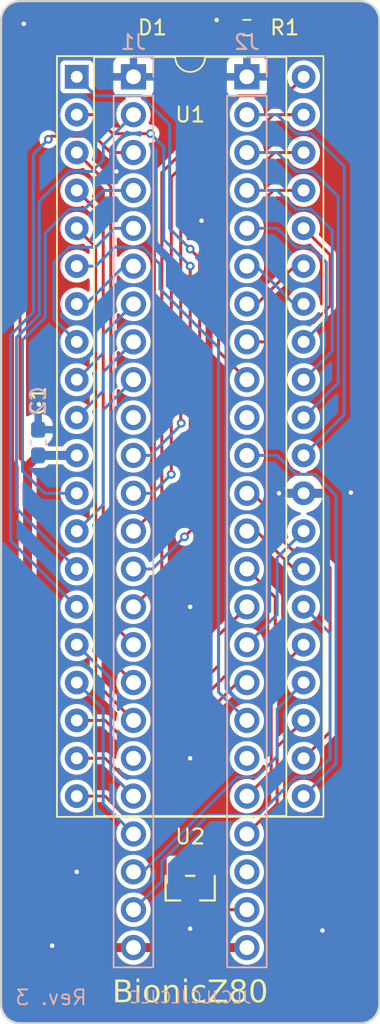
<source format=kicad_pcb>
(kicad_pcb (version 20221018) (generator pcbnew)
  (title_block (title "BionicZ80") (date "2024-12-04") (rev "3") (company "Tadashi G. Takaoka"))
  (layers (0 "F.Cu" signal) (31 "B.Cu" signal) (34 "B.Paste" user) (35 "F.Paste" user) (36 "B.SilkS" user "B.Silkscreen") (37 "F.SilkS" user "F.Silkscreen") (38 "B.Mask" user) (39 "F.Mask" user) (44 "Edge.Cuts" user))
  (net 0 "")
  (net 1 "VCC")
  (net 2 "GND")
  (net 3 "/P53")
  (net 5 "/P26")
  (net 6 "/P27")
  (net 7 "/P47")
  (net 8 "/P46")
  (net 9 "/P25")
  (net 10 "/P24")
  (net 11 "/P23")
  (net 12 "/P22")
  (net 13 "/P21")
  (net 14 "/P20")
  (net 15 "/P34")
  (net 16 "/P35")
  (net 17 "/P17")
  (net 18 "/P36")
  (net 19 "/P16")
  (net 20 "/P15")
  (net 21 "/P14")
  (net 22 "/P41")
  (net 23 "/P13")
  (net 24 "/P42")
  (net 25 "/P12")
  (net 26 "/P11")
  (net 27 "/P44")
  (net 28 "/P10")
  (net 29 "/P45")
  (net 30 "/P33")
  (net 31 "/P32")
  (net 32 "/P31")
  (net 33 "/P30")
  (net 34 "/P51")
  (net 35 "/P55")
  (net 36 "/P43")
  (net 37 "/P52")
  (net 38 "/P54")
  (net 39 "/P50")
  (net 40 "/P37")
  (net 41 "Net-(D1-K)")
  (net 42 "/P40")
  (net 44 "Net-(J2-P57)")
  (footprint "Resistor_SMD:R_0603_1608Metric_Pad0.98x0.95mm_HandSolder" (layer "F.Cu") (at 117.51 71.778)
    (fp_text reference "R1" (at 2.54 0) (layer "F.SilkS"))
    (fp_text value "1.6k")
    (fp_line (start -0.254724 -0.5225) (end 0.254724 -0.5225) (stroke (width 0.12)) (layer "F.SilkS"))
    (fp_line (start -0.254724 0.5225) (end 0.254724 0.5225) (stroke (width 0.12)) (layer "F.SilkS"))
    (pad "1" smd roundrect (at -0.9125 0) (size 0.975 0.95) (layers "F.Cu" "F.Paste" "F.Mask") (net 41 "Net-(D1-K)"))
    (pad "2" smd roundrect (at 0.9125 0) (size 0.975 0.95) (layers "F.Cu" "F.Paste" "F.Mask") (net 2 "GND"))
  )
  (footprint "Capacitor_SMD:C_0603_1608Metric_Pad1.08x0.95mm_HandSolder" (layer "F.Cu") (at 103.4892 99.6164 90)
    (fp_text reference "C1" (at 2.794 0 90) (layer "F.SilkS"))
    (fp_text value "0.1u")
    (fp_line (start -0.146267 -0.51) (end 0.146267 -0.51) (stroke (width 0.12)) (layer "F.SilkS"))
    (fp_line (start -0.146267 0.51) (end 0.146267 0.51) (stroke (width 0.12)) (layer "F.SilkS"))
    (pad "1" smd roundrect (at -0.8625 0 90) (size 1.075 0.95) (layers "F.Cu" "F.Paste" "F.Mask") (net 1 "VCC"))
    (pad "2" smd roundrect (at 0.8625 0 90) (size 1.075 0.95) (layers "F.Cu" "F.Paste" "F.Mask") (net 2 "GND"))
  )
  (footprint "0-LocalLibrary:DIP-40_W15.24mm_Socket" (layer "F.Cu") (at 106.08 75.08)
    (fp_text reference "U1" (at 7.62 2.54) (layer "F.SilkS"))
    (fp_text value "Z84C00")
    (fp_line (start -1.33 -1.39) (end -1.33 49.65) (stroke (width 0.12)) (layer "F.SilkS"))
    (fp_line (start -1.33 49.65) (end 16.57 49.65) (stroke (width 0.12)) (layer "F.SilkS"))
    (fp_line (start 1.16 -1.33) (end 1.16 49.59) (stroke (width 0.12)) (layer "F.SilkS"))
    (fp_line (start 1.16 49.59) (end 14.08 49.59) (stroke (width 0.12)) (layer "F.SilkS"))
    (fp_line (start 6.62 -1.33) (end 1.16 -1.33) (stroke (width 0.12)) (layer "F.SilkS"))
    (fp_line (start 14.08 -1.33) (end 8.62 -1.33) (stroke (width 0.12)) (layer "F.SilkS"))
    (fp_line (start 14.08 49.59) (end 14.08 -1.33) (stroke (width 0.12)) (layer "F.SilkS"))
    (fp_line (start 16.57 -1.39) (end -1.33 -1.39) (stroke (width 0.12)) (layer "F.SilkS"))
    (fp_line (start 16.57 49.65) (end 16.57 -1.39) (stroke (width 0.12)) (layer "F.SilkS"))
    (fp_arc (start 8.62 -1.33) (mid 7.62 -0.33) (end 6.62 -1.33) (stroke (width 0.12)) (layer "F.SilkS"))
    (pad "1" thru_hole rect locked (at 0 0) (size 1.6 1.6) (drill 0.8) (layers "*.Cu" "*.Mask") (net 30 "/P33"))
    (pad "2" thru_hole oval locked (at 0 2.54) (size 1.6 1.6) (drill 0.8) (layers "*.Cu" "*.Mask") (net 15 "/P34"))
    (pad "3" thru_hole oval locked (at 0 5.08) (size 1.6 1.6) (drill 0.8) (layers "*.Cu" "*.Mask") (net 16 "/P35"))
    (pad "4" thru_hole oval locked (at 0 7.62) (size 1.6 1.6) (drill 0.8) (layers "*.Cu" "*.Mask") (net 18 "/P36"))
    (pad "5" thru_hole oval locked (at 0 10.16) (size 1.6 1.6) (drill 0.8) (layers "*.Cu" "*.Mask") (net 40 "/P37"))
    (pad "6" thru_hole oval locked (at 0 12.7) (size 1.6 1.6) (drill 0.8) (layers "*.Cu" "*.Mask") (net 7 "/P47"))
    (pad "7" thru_hole oval locked (at 0 15.24) (size 1.6 1.6) (drill 0.8) (layers "*.Cu" "*.Mask") (net 21 "/P14"))
    (pad "8" thru_hole oval locked (at 0 17.78) (size 1.6 1.6) (drill 0.8) (layers "*.Cu" "*.Mask") (net 23 "/P13"))
    (pad "9" thru_hole oval locked (at 0 20.32) (size 1.6 1.6) (drill 0.8) (layers "*.Cu" "*.Mask") (net 20 "/P15"))
    (pad "10" thru_hole oval locked (at 0 22.86) (size 1.6 1.6) (drill 0.8) (layers "*.Cu" "*.Mask") (net 19 "/P16"))
    (pad "11" thru_hole oval locked (at 0 25.4) (size 1.6 1.6) (drill 0.8) (layers "*.Cu" "*.Mask") (net 1 "VCC"))
    (pad "12" thru_hole oval locked (at 0 27.94) (size 1.6 1.6) (drill 0.8) (layers "*.Cu" "*.Mask") (net 25 "/P12"))
    (pad "13" thru_hole oval locked (at 0 30.48) (size 1.6 1.6) (drill 0.8) (layers "*.Cu" "*.Mask") (net 17 "/P17"))
    (pad "14" thru_hole oval locked (at 0 33.02) (size 1.6 1.6) (drill 0.8) (layers "*.Cu" "*.Mask") (net 28 "/P10"))
    (pad "15" thru_hole oval locked (at 0 35.56) (size 1.6 1.6) (drill 0.8) (layers "*.Cu" "*.Mask") (net 26 "/P11"))
    (pad "16" thru_hole oval locked (at 0 38.1) (size 1.6 1.6) (drill 0.8) (layers "*.Cu" "*.Mask") (net 39 "/P50"))
    (pad "17" thru_hole oval locked (at 0 40.64) (size 1.6 1.6) (drill 0.8) (layers "*.Cu" "*.Mask") (net 34 "/P51"))
    (pad "18" thru_hole oval locked (at 0 43.18) (size 1.6 1.6) (drill 0.8) (layers "*.Cu" "*.Mask") (net 27 "/P44"))
    (pad "19" thru_hole oval locked (at 0 45.72) (size 1.6 1.6) (drill 0.8) (layers "*.Cu" "*.Mask") (net 36 "/P43"))
    (pad "20" thru_hole oval locked (at 0 48.26) (size 1.6 1.6) (drill 0.8) (layers "*.Cu" "*.Mask") (net 8 "/P46"))
    (pad "21" thru_hole oval locked (at 15.24 48.26) (size 1.6 1.6) (drill 0.8) (layers "*.Cu" "*.Mask") (net 42 "/P40"))
    (pad "22" thru_hole oval locked (at 15.24 45.72) (size 1.6 1.6) (drill 0.8) (layers "*.Cu" "*.Mask") (net 22 "/P41"))
    (pad "23" thru_hole oval locked (at 15.24 43.18) (size 1.6 1.6) (drill 0.8) (layers "*.Cu" "*.Mask") (net 35 "/P55"))
    (pad "24" thru_hole oval locked (at 15.24 40.64) (size 1.6 1.6) (drill 0.8) (layers "*.Cu" "*.Mask") (net 37 "/P52"))
    (pad "25" thru_hole oval locked (at 15.24 38.1) (size 1.6 1.6) (drill 0.8) (layers "*.Cu" "*.Mask") (net 38 "/P54"))
    (pad "26" thru_hole oval locked (at 15.24 35.56) (size 1.6 1.6) (drill 0.8) (layers "*.Cu" "*.Mask") (net 3 "/P53"))
    (pad "27" thru_hole oval locked (at 15.24 33.02) (size 1.6 1.6) (drill 0.8) (layers "*.Cu" "*.Mask") (net 24 "/P42"))
    (pad "28" thru_hole oval locked (at 15.24 30.48) (size 1.6 1.6) (drill 0.8) (layers "*.Cu" "*.Mask") (net 29 "/P45"))
    (pad "29" thru_hole oval locked (at 15.24 27.94) (size 1.6 1.6) (drill 0.8) (layers "*.Cu" "*.Mask") (net 2 "GND"))
    (pad "30" thru_hole oval locked (at 15.24 25.4) (size 1.6 1.6) (drill 0.8) (layers "*.Cu" "*.Mask") (net 14 "/P20"))
    (pad "31" thru_hole oval locked (at 15.24 22.86) (size 1.6 1.6) (drill 0.8) (layers "*.Cu" "*.Mask") (net 13 "/P21"))
    (pad "32" thru_hole oval locked (at 15.24 20.32) (size 1.6 1.6) (drill 0.8) (layers "*.Cu" "*.Mask") (net 12 "/P22"))
    (pad "33" thru_hole oval locked (at 15.24 17.78) (size 1.6 1.6) (drill 0.8) (layers "*.Cu" "*.Mask") (net 11 "/P23"))
    (pad "34" thru_hole oval locked (at 15.24 15.24) (size 1.6 1.6) (drill 0.8) (layers "*.Cu" "*.Mask") (net 10 "/P24"))
    (pad "35" thru_hole oval locked (at 15.24 12.7) (size 1.6 1.6) (drill 0.8) (layers "*.Cu" "*.Mask") (net 9 "/P25"))
    (pad "36" thru_hole oval locked (at 15.24 10.16) (size 1.6 1.6) (drill 0.8) (layers "*.Cu" "*.Mask") (net 5 "/P26"))
    (pad "37" thru_hole oval locked (at 15.24 7.62) (size 1.6 1.6) (drill 0.8) (layers "*.Cu" "*.Mask") (net 6 "/P27"))
    (pad "38" thru_hole oval locked (at 15.24 5.08) (size 1.6 1.6) (drill 0.8) (layers "*.Cu" "*.Mask") (net 33 "/P30"))
    (pad "39" thru_hole oval locked (at 15.24 2.54) (size 1.6 1.6) (drill 0.8) (layers "*.Cu" "*.Mask") (net 32 "/P31"))
    (pad "40" thru_hole oval locked (at 15.24 0) (size 1.6 1.6) (drill 0.8) (layers "*.Cu" "*.Mask") (net 31 "/P32"))
  )
  (footprint "0-LocalLibrary:LED_CSL1901UW1_ROM" (layer "F.Cu") (at 113.7 71.778 180)
    (fp_text reference "D1" (at 2.54 0 unlocked) (layer "F.SilkS"))
    (fp_text value "CSL1901UW1")
    (fp_circle (center -1.778 0.508) (end -1.7018 0.508) (stroke (width 0.1524)) (fill none) (layer "F.SilkS"))
    (pad "1" smd rect (at -0.7747 0 180) (size 0.762 0.7112) (layers "F.Cu" "F.Paste" "F.Mask") (net 41 "Net-(D1-K)"))
    (pad "2" smd rect (at 0.7747 0 180) (size 0.762 0.7112) (layers "F.Cu" "F.Paste" "F.Mask") (net 1 "VCC"))
    (zone (net 0) (net_name "") (layer "F.Cu") (connect_pads (clearance 0)) (min_thickness 0.254)
      (keepout (tracks not_allowed) (vias not_allowed) (pads allowed) (copperpour not_allowed) (footprints allowed))
      (fill (thermal_gap 0.508) (thermal_bridge_width 0.508))
      (polygon (pts (xy 114.0429 72.1336) (xy 113.3571 72.1336) (xy 113.3571 71.4224) (xy 114.0429 71.4224)))
    )
  )
  (footprint "0-LocalLibrary:SOT-23_MC_MCH-M" (layer "F.Cu") (at 113.7 129.513 180)
    (fp_text reference "U2" (at 0 3.4544 unlocked) (layer "F.SilkS"))
    (fp_text value "11AA010-I/TT")
    (fp_line (start -1.652 -0.827) (end -1.652 0.827) (stroke (width 0.1524)) (layer "F.SilkS"))
    (fp_line (start -0.66294 -0.827) (end -1.652 -0.827) (stroke (width 0.1524)) (layer "F.SilkS"))
    (fp_line (start -0.287061 0.827) (end 0.287061 0.827) (stroke (width 0.1524)) (layer "F.SilkS"))
    (fp_line (start 1.652 -0.827) (end 0.66294 -0.827) (stroke (width 0.1524)) (layer "F.SilkS"))
    (fp_line (start 1.652 0.827) (end 1.652 -0.827) (stroke (width 0.1524)) (layer "F.SilkS"))
    (pad "1" smd rect (at -0.950001 1.066 180) (size 0.6604 1.6256) (layers "F.Cu" "F.Paste" "F.Mask") (net 44 "Net-(J2-P57)"))
    (pad "2" smd rect (at 0.950001 1.066 180) (size 0.6604 1.6256) (layers "F.Cu" "F.Paste" "F.Mask") (net 1 "VCC"))
    (pad "3" smd rect (at 0 -1.066 180) (size 0.6604 1.6256) (layers "F.Cu" "F.Paste" "F.Mask") (net 2 "GND"))
  )
  (footprint "0-LocalLibrary:Bionic-P135_Vertical" (layer "B.Cu") (at 109.89 75.08 180)
    (fp_text reference "J1" (at 0 2.33) (layer "B.SilkS") (effects (justify mirror)))
    (fp_text value "Bionic-P135")
    (fp_line (start -1.33 -59.75) (end 1.33 -59.75) (stroke (width 0.12)) (layer "B.SilkS"))
    (fp_line (start -1.33 -1.27) (end -1.33 -59.75) (stroke (width 0.12)) (layer "B.SilkS"))
    (fp_line (start -1.33 -1.27) (end 1.33 -1.27) (stroke (width 0.12)) (layer "B.SilkS"))
    (fp_line (start -1.33 0) (end -1.33 1.33) (stroke (width 0.12)) (layer "B.SilkS"))
    (fp_line (start -1.33 1.33) (end 0 1.33) (stroke (width 0.12)) (layer "B.SilkS"))
    (fp_line (start 1.33 -1.27) (end 1.33 -59.75) (stroke (width 0.12)) (layer "B.SilkS"))
    (pad "1" thru_hole rect locked (at 0 0 180) (size 1.7 1.7) (drill 1) (layers "*.Cu" "*.Mask") (net 2 "GND"))
    (pad "2" thru_hole oval locked (at 0 -2.54 180) (size 1.7 1.7) (drill 1) (layers "*.Cu" "*.Mask") (net 28 "/P10"))
    (pad "3" thru_hole oval locked (at 0 -5.08 180) (size 1.7 1.7) (drill 1) (layers "*.Cu" "*.Mask") (net 26 "/P11"))
    (pad "4" thru_hole oval locked (at 0 -7.62 180) (size 1.7 1.7) (drill 1) (layers "*.Cu" "*.Mask") (net 25 "/P12"))
    (pad "5" thru_hole oval locked (at 0 -10.16 180) (size 1.7 1.7) (drill 1) (layers "*.Cu" "*.Mask") (net 23 "/P13"))
    (pad "6" thru_hole oval locked (at 0 -12.7 180) (size 1.7 1.7) (drill 1) (layers "*.Cu" "*.Mask") (net 21 "/P14"))
    (pad "7" thru_hole oval locked (at 0 -15.24 180) (size 1.7 1.7) (drill 1) (layers "*.Cu" "*.Mask") (net 20 "/P15"))
    (pad "8" thru_hole oval locked (at 0 -17.78 180) (size 1.7 1.7) (drill 1) (layers "*.Cu" "*.Mask") (net 19 "/P16"))
    (pad "9" thru_hole oval locked (at 0 -20.32 180) (size 1.7 1.7) (drill 1) (layers "*.Cu" "*.Mask") (net 17 "/P17"))
    (pad "10" thru_hole oval locked (at 0 -22.86 180) (size 1.7 1.7) (drill 1) (layers "*.Cu" "*.Mask"))
    (pad "11" thru_hole oval locked (at 0 -25.4 180) (size 1.7 1.7) (drill 1) (layers "*.Cu" "*.Mask") (net 33 "/P30"))
    (pad "12" thru_hole oval locked (at 0 -27.94 180) (size 1.7 1.7) (drill 1) (layers "*.Cu" "*.Mask") (net 32 "/P31"))
    (pad "13" thru_hole oval locked (at 0 -30.48 180) (size 1.7 1.7) (drill 1) (layers "*.Cu" "*.Mask") (net 31 "/P32"))
    (pad "14" thru_hole oval locked (at 0 -33.02 180) (size 1.7 1.7) (drill 1) (layers "*.Cu" "*.Mask") (net 30 "/P33"))
    (pad "15" thru_hole oval locked (at 0 -35.56 180) (size 1.7 1.7) (drill 1) (layers "*.Cu" "*.Mask") (net 15 "/P34"))
    (pad "16" thru_hole oval locked (at 0 -38.1 180) (size 1.7 1.7) (drill 1) (layers "*.Cu" "*.Mask") (net 16 "/P35"))
    (pad "17" thru_hole oval locked (at 0 -40.64 180) (size 1.7 1.7) (drill 1) (layers "*.Cu" "*.Mask") (net 18 "/P36"))
    (pad "18" thru_hole oval locked (at 0 -43.18 180) (size 1.7 1.7) (drill 1) (layers "*.Cu" "*.Mask") (net 40 "/P37"))
    (pad "19" thru_hole oval locked (at 0 -45.72 180) (size 1.7 1.7) (drill 1) (layers "*.Cu" "*.Mask"))
    (pad "20" thru_hole oval locked (at 0 -48.26 180) (size 1.7 1.7) (drill 1) (layers "*.Cu" "*.Mask") (net 39 "/P50"))
    (pad "21" thru_hole oval locked (at 0 -50.8 180) (size 1.7 1.7) (drill 1) (layers "*.Cu" "*.Mask") (net 34 "/P51"))
    (pad "22" thru_hole oval locked (at 0 -53.34 180) (size 1.7 1.7) (drill 1) (layers "*.Cu" "*.Mask") (net 37 "/P52"))
    (pad "23" thru_hole oval locked (at 0 -55.88 180) (size 1.7 1.7) (drill 1) (layers "*.Cu" "*.Mask") (net 3 "/P53"))
    (pad "24" thru_hole oval locked (at 0 -58.42 180) (size 1.7 1.7) (drill 1) (layers "*.Cu" "*.Mask") (net 1 "VCC"))
  )
  (footprint "0-LocalLibrary:Bionic-P245_Vertical" (layer "B.Cu") (at 117.51 75.08 180)
    (fp_text reference "J2" (at 0 2.33) (layer "B.SilkS") (effects (justify mirror)))
    (fp_text value "Bionic-P245")
    (fp_line (start -1.33 -59.75) (end 1.33 -59.75) (stroke (width 0.12)) (layer "B.SilkS"))
    (fp_line (start -1.33 -1.27) (end -1.33 -59.75) (stroke (width 0.12)) (layer "B.SilkS"))
    (fp_line (start -1.33 -1.27) (end 1.33 -1.27) (stroke (width 0.12)) (layer "B.SilkS"))
    (fp_line (start -1.33 0) (end -1.33 1.33) (stroke (width 0.12)) (layer "B.SilkS"))
    (fp_line (start -1.33 1.33) (end 0 1.33) (stroke (width 0.12)) (layer "B.SilkS"))
    (fp_line (start 1.33 -1.27) (end 1.33 -59.75) (stroke (width 0.12)) (layer "B.SilkS"))
    (pad "25" thru_hole oval locked (at 0 -58.42 180) (size 1.7 1.7) (drill 1) (layers "*.Cu" "*.Mask") (net 1 "VCC"))
    (pad "26" thru_hole oval locked (at 0 -55.88 180) (size 1.7 1.7) (drill 1) (layers "*.Cu" "*.Mask") (net 44 "Net-(J2-P57)"))
    (pad "27" thru_hole oval locked (at 0 -53.34 180) (size 1.7 1.7) (drill 1) (layers "*.Cu" "*.Mask"))
    (pad "28" thru_hole oval locked (at 0 -50.8 180) (size 1.7 1.7) (drill 1) (layers "*.Cu" "*.Mask") (net 35 "/P55"))
    (pad "29" thru_hole oval locked (at 0 -48.26 180) (size 1.7 1.7) (drill 1) (layers "*.Cu" "*.Mask") (net 38 "/P54"))
    (pad "30" thru_hole oval locked (at 0 -45.72 180) (size 1.7 1.7) (drill 1) (layers "*.Cu" "*.Mask"))
    (pad "31" thru_hole oval locked (at 0 -43.18 180) (size 1.7 1.7) (drill 1) (layers "*.Cu" "*.Mask") (net 7 "/P47"))
    (pad "32" thru_hole oval locked (at 0 -40.64 180) (size 1.7 1.7) (drill 1) (layers "*.Cu" "*.Mask") (net 8 "/P46"))
    (pad "33" thru_hole oval locked (at 0 -38.1 180) (size 1.7 1.7) (drill 1) (layers "*.Cu" "*.Mask") (net 29 "/P45"))
    (pad "34" thru_hole oval locked (at 0 -35.56 180) (size 1.7 1.7) (drill 1) (layers "*.Cu" "*.Mask") (net 27 "/P44"))
    (pad "35" thru_hole oval locked (at 0 -33.02 180) (size 1.7 1.7) (drill 1) (layers "*.Cu" "*.Mask") (net 36 "/P43"))
    (pad "36" thru_hole oval locked (at 0 -30.48 180) (size 1.7 1.7) (drill 1) (layers "*.Cu" "*.Mask") (net 24 "/P42"))
    (pad "37" thru_hole oval locked (at 0 -27.94 180) (size 1.7 1.7) (drill 1) (layers "*.Cu" "*.Mask") (net 22 "/P41"))
    (pad "38" thru_hole oval locked (at 0 -25.4 180) (size 1.7 1.7) (drill 1) (layers "*.Cu" "*.Mask") (net 42 "/P40"))
    (pad "39" thru_hole oval locked (at 0 -22.86 180) (size 1.7 1.7) (drill 1) (layers "*.Cu" "*.Mask"))
    (pad "40" thru_hole oval locked (at 0 -20.32 180) (size 1.7 1.7) (drill 1) (layers "*.Cu" "*.Mask") (net 6 "/P27"))
    (pad "41" thru_hole oval locked (at 0 -17.78 180) (size 1.7 1.7) (drill 1) (layers "*.Cu" "*.Mask") (net 5 "/P26"))
    (pad "42" thru_hole oval locked (at 0 -15.24 180) (size 1.7 1.7) (drill 1) (layers "*.Cu" "*.Mask") (net 9 "/P25"))
    (pad "43" thru_hole oval locked (at 0 -12.7 180) (size 1.7 1.7) (drill 1) (layers "*.Cu" "*.Mask") (net 10 "/P24"))
    (pad "44" thru_hole oval locked (at 0 -10.16 180) (size 1.7 1.7) (drill 1) (layers "*.Cu" "*.Mask") (net 11 "/P23"))
    (pad "45" thru_hole oval locked (at 0 -7.62 180) (size 1.7 1.7) (drill 1) (layers "*.Cu" "*.Mask") (net 12 "/P22"))
    (pad "46" thru_hole oval locked (at 0 -5.08 180) (size 1.7 1.7) (drill 1) (layers "*.Cu" "*.Mask") (net 13 "/P21"))
    (pad "47" thru_hole oval locked (at 0 -2.54 180) (size 1.7 1.7) (drill 1) (layers "*.Cu" "*.Mask") (net 14 "/P20"))
    (pad "48" thru_hole rect locked (at 0 0 180) (size 1.7 1.7) (drill 1) (layers "*.Cu" "*.Mask") (net 2 "GND"))
  )
  (footprint "Capacitor_SMD:C_0603_1608Metric_Pad1.08x0.95mm_HandSolder" (layer "B.Cu") (at 103.4892 99.6164 90)
    (fp_text reference "C2" (at 2.794 0 90) (layer "B.SilkS") (effects (justify mirror)))
    (fp_text value "22u")
    (fp_line (start -0.146267 -0.51) (end 0.146267 -0.51) (stroke (width 0.12)) (layer "B.SilkS"))
    (fp_line (start -0.146267 0.51) (end 0.146267 0.51) (stroke (width 0.12)) (layer "B.SilkS"))
    (pad "1" smd roundrect (at -0.8625 0 90) (size 1.075 0.95) (layers "B.Cu" "B.Paste" "B.Mask") (net 1 "VCC"))
    (pad "2" smd roundrect (at 0.8625 0 90) (size 1.075 0.95) (layers "B.Cu" "B.Paste" "B.Mask") (net 2 "GND"))
  )
  (gr_line (start 101 71.27) (end 101 137.31) (stroke (width 0.15)) (layer "Edge.Cuts"))
  (gr_arc (start 102.27 138.58) (mid 101.371974 138.208026) (end 101 137.31) (stroke (width 0.15)) (layer "Edge.Cuts"))
  (gr_line (start 102.27 138.58) (end 125.13 138.58) (stroke (width 0.15)) (layer "Edge.Cuts"))
  (gr_arc (start 125.13 70) (mid 126.028026 70.371974) (end 126.4 71.27) (stroke (width 0.15)) (layer "Edge.Cuts"))
  (gr_arc (start 126.4 137.31) (mid 126.028026 138.208026) (end 125.13 138.58) (stroke (width 0.15)) (layer "Edge.Cuts"))
  (gr_line (start 126.4 137.31) (end 126.4 71.27) (stroke (width 0.15)) (layer "Edge.Cuts"))
  (gr_arc (start 101 71.27) (mid 101.371974 70.371974) (end 102.27 70) (stroke (width 0.15)) (layer "Edge.Cuts"))
  (gr_line (start 125.13 70) (end 102.27 70) (stroke (width 0.15)) (layer "Edge.Cuts"))
  (gr_text "JLCJLCJLCJLC" (at 113.7 137.31) (layer "B.SilkS") (effects (font (size 0.8 0.8)) (justify bottom mirror)))
  (gr_text "Rev. 3" (at 106.842 137.437) (layer "B.SilkS") (effects (font (size 1 1)) (justify left bottom mirror)))
  (gr_text "BionicZ80" (at 113.7 136.548) (layer "F.SilkS") (effects (font (size 1.5 1.5))))
  (segment (start 103.4903 100.48) (end 106.08 100.48) (width 0.6) (layer "F.Cu") (net 1))
  (segment (start 112.749999 133.438999) (end 112.811 133.5) (width 0.2) (layer "F.Cu") (net 1))
  (segment (start 102.778 101.1901) (end 103.4892 100.4789) (width 0.6) (layer "F.Cu") (net 1))
  (segment (start 102.27 74.445) (end 102.27 100.6821) (width 0.2) (layer "F.Cu") (net 1))
  (segment (start 117.51 133.5) (end 112.811 133.5) (width 0.6) (layer "F.Cu") (net 1))
  (segment (start 104.937 71.778) (end 102.27 74.445) (width 0.2) (layer "F.Cu") (net 1))
  (segment (start 109.89 133.5) (end 107.477 133.5) (width 0.6) (layer "F.Cu") (net 1))
  (segment (start 112.749999 128.447) (end 112.749999 133.438999) (width 0.2) (layer "F.Cu") (net 1))
  (segment (start 112.811 133.5) (end 109.89 133.5) (width 0.6) (layer "F.Cu") (net 1))
  (segment (start 102.27 100.6821) (end 102.778 101.1901) (width 0.2) (layer "F.Cu") (net 1))
  (segment (start 107.477 133.5) (end 102.778 128.801) (width 0.6) (layer "F.Cu") (net 1))
  (segment (start 103.4892 100.4789) (end 103.4903 100.48) (width 0.8) (layer "F.Cu") (net 1))
  (segment (start 102.778 128.801) (end 102.778 101.1901) (width 0.6) (layer "F.Cu") (net 1))
  (segment (start 112.9253 71.778) (end 104.937 71.778) (width 0.2) (layer "F.Cu") (net 1))
  (segment (start 103.4892 100.4789) (end 106.0789 100.4789) (width 0.6) (layer "B.Cu") (net 1))
  (segment (start 106.0789 100.4789) (end 106.08 100.48) (width 0.8) (layer "B.Cu") (net 1))
  (segment (start 119.669 103.02) (end 123.86 103.02) (width 0.6) (layer "F.Cu") (net 2))
  (via (at 114.462 84.732) (size 0.6) (drill 0.3) (layers "F.Cu" "B.Cu") (net 2))
  (via (at 124.495 102.973173) (size 0.6) (drill 0.3) (layers "F.Cu" "B.Cu") (net 2))
  (via (at 102.524 71.524) (size 0.6) (drill 0.3) (layers "F.Cu" "B.Cu") (net 2))
  (via (at 103.54 97.051) (size 0.6) (drill 0.3) (layers "F.Cu" "B.Cu") (net 2))
  (via (at 104.429 133.373) (size 0.6) (drill 0.3) (layers "F.Cu" "B.Cu") (net 2))
  (via (at 119.669 103.02) (size 0.6) (drill 0.3) (layers "F.Cu" "B.Cu") (net 2))
  (via (at 108.747 81.43) (size 0.6) (drill 0.3) (layers "F.Cu" "B.Cu") (net 2))
  (via (at 113.7 120.8) (size 0.6) (drill 0.3) (layers "F.Cu" "B.Cu") (net 2))
  (via (at 113.7 110.64) (size 0.6) (drill 0.3) (layers "F.Cu" "B.Cu") (net 2))
  (via (at 122.59 132.357) (size 0.6) (drill 0.3) (layers "F.Cu" "B.Cu") (net 2))
  (via (at 113.7 132.23) (size 0.6) (drill 0.3) (layers "F.Cu" "B.Cu") (net 2))
  (via (at 106.08 128.42) (size 0.6) (drill 0.3) (layers "F.Cu" "B.Cu") (net 2))
  (segment (start 121.32 103.02) (end 119.669 103.02) (width 0.6) (layer "B.Cu") (net 2))
  (segment (start 123.098 112.418) (end 121.32 110.64) (width 0.2) (layer "B.Cu") (net 3))
  (segment (start 111.795 127.715686) (end 114.900686 124.61) (width 0.2) (layer "B.Cu") (net 3))
  (segment (start 120.812 122.07) (end 121.828 122.07) (width 0.2) (layer "B.Cu") (net 3))
  (segment (start 111.795 129.055) (end 111.795 127.715686) (width 0.2) (layer "B.Cu") (net 3))
  (segment (start 123.098 120.8) (end 123.098 112.418) (width 0.2) (layer "B.Cu") (net 3))
  (segment (start 118.272 124.61) (end 120.812 122.07) (width 0.2) (layer "B.Cu") (net 3))
  (segment (start 121.828 122.07) (end 123.098 120.8) (width 0.2) (layer "B.Cu") (net 3))
  (segment (start 114.900686 124.61) (end 118.272 124.61) (width 0.2) (layer "B.Cu") (net 3))
  (segment (start 109.89 130.96) (end 111.795 129.055) (width 0.2) (layer "B.Cu") (net 3))
  (segment (start 121.32 85.24) (end 123.098 87.018) (width 0.2) (layer "F.Cu") (net 5))
  (segment (start 119.542 92.86) (end 117.51 92.86) (width 0.2) (layer "F.Cu") (net 5))
  (segment (start 123.098 87.018) (end 123.098 90.447) (width 0.2) (layer "F.Cu") (net 5))
  (segment (start 120.812 91.59) (end 119.542 92.86) (width 0.2) (layer "F.Cu") (net 5))
  (segment (start 121.955 91.59) (end 120.812 91.59) (width 0.2) (layer "F.Cu") (net 5))
  (segment (start 123.098 90.447) (end 121.955 91.59) (width 0.2) (layer "F.Cu") (net 5))
  (segment (start 121.32 82.7) (end 119.288 82.7) (width 0.2) (layer "F.Cu") (net 6))
  (segment (start 115.605 85.24) (end 115.605 93.495) (width 0.2) (layer "F.Cu") (net 6))
  (segment (start 119.288 82.7) (end 118.018 83.97) (width 0.2) (layer "F.Cu") (net 6))
  (segment (start 116.875 83.97) (end 115.605 85.24) (width 0.2) (layer "F.Cu") (net 6))
  (segment (start 115.605 93.495) (end 117.51 95.4) (width 0.2) (layer "F.Cu") (net 6))
  (segment (start 118.018 83.97) (end 116.875 83.97) (width 0.2) (layer "F.Cu") (net 6))
  (segment (start 106.08 87.78) (end 107.35 87.78) (width 0.2) (layer "B.Cu") (net 7))
  (segment (start 108.62 86.51) (end 110.525 86.51) (width 0.2) (layer "B.Cu") (net 7))
  (segment (start 107.35 87.78) (end 108.62 86.51) (width 0.2) (layer "B.Cu") (net 7))
  (segment (start 115.605 116.355) (end 117.51 118.26) (width 0.2) (layer "B.Cu") (net 7))
  (segment (start 111.668 89.304) (end 115.605 93.241) (width 0.2) (layer "B.Cu") (net 7))
  (segment (start 111.668 87.653) (end 111.668 89.304) (width 0.2) (layer "B.Cu") (net 7))
  (segment (start 115.605 93.241) (end 115.605 116.355) (width 0.2) (layer "B.Cu") (net 7))
  (segment (start 110.525 86.51) (end 111.668 87.653) (width 0.2) (layer "B.Cu") (net 7))
  (segment (start 111.922 120.673) (end 116.875 115.72) (width 0.2) (layer "F.Cu") (net 8))
  (segment (start 110.652 124.61) (end 111.922 123.34) (width 0.2) (layer "F.Cu") (net 8))
  (segment (start 109.255 124.61) (end 110.652 124.61) (width 0.2) (layer "F.Cu") (net 8))
  (segment (start 107.985 123.34) (end 109.255 124.61) (width 0.2) (layer "F.Cu") (net 8))
  (segment (start 111.922 123.34) (end 111.922 120.673) (width 0.2) (layer "F.Cu") (net 8))
  (segment (start 106.08 123.34) (end 107.985 123.34) (width 0.2) (layer "F.Cu") (net 8))
  (segment (start 116.875 115.72) (end 117.51 115.72) (width 0.2) (layer "F.Cu") (net 8))
  (segment (start 121.32 87.78) (end 120.71675 87.78) (width 0.2) (layer "F.Cu") (net 9))
  (segment (start 120.71675 87.78) (end 118.17675 90.32) (width 0.2) (layer "F.Cu") (net 9))
  (segment (start 118.17675 90.32) (end 117.51 90.32) (width 0.2) (layer "F.Cu") (net 9))
  (segment (start 118.145 87.78) (end 117.51 87.78) (width 0.2) (layer "B.Cu") (net 10))
  (segment (start 121.32 90.32) (end 120.685 90.32) (width 0.2) (layer "B.Cu") (net 10))
  (segment (start 120.685 90.32) (end 118.145 87.78) (width 0.2) (layer "B.Cu") (net 10))
  (segment (start 122.844 87.526) (end 122.844 91.336) (width 0.2) (layer "B.Cu") (net 11))
  (segment (start 119.542 85.24) (end 120.812 86.51) (width 0.2) (layer "B.Cu") (net 11))
  (segment (start 122.844 91.336) (end 121.32 92.86) (width 0.2) (layer "B.Cu") (net 11))
  (segment (start 117.51 85.24) (end 119.542 85.24) (width 0.2) (layer "B.Cu") (net 11))
  (segment (start 121.828 86.51) (end 122.844 87.526) (width 0.2) (layer "B.Cu") (net 11))
  (segment (start 120.812 86.51) (end 121.828 86.51) (width 0.2) (layer "B.Cu") (net 11))
  (segment (start 121.828 83.97) (end 123.244 85.386) (width 0.2) (layer "B.Cu") (net 12))
  (segment (start 117.51 82.7) (end 119.542 82.7) (width 0.2) (layer "B.Cu") (net 12))
  (segment (start 123.244 85.386) (end 123.244 93.476) (width 0.2) (layer "B.Cu") (net 12))
  (segment (start 120.812 83.97) (end 121.828 83.97) (width 0.2) (layer "B.Cu") (net 12))
  (segment (start 123.244 93.476) (end 121.32 95.4) (width 0.2) (layer "B.Cu") (net 12))
  (segment (start 119.542 82.7) (end 120.812 83.97) (width 0.2) (layer "B.Cu") (net 12))
  (segment (start 123.644 95.616) (end 121.32 97.94) (width 0.2) (layer "B.Cu") (net 13))
  (segment (start 117.51 80.16) (end 119.542 80.16) (width 0.2) (layer "B.Cu") (net 13))
  (segment (start 121.955 81.43) (end 123.644 83.119) (width 0.2) (layer "B.Cu") (net 13))
  (segment (start 119.542 80.16) (end 120.812 81.43) (width 0.2) (layer "B.Cu") (net 13))
  (segment (start 123.644 83.119) (end 123.644 95.616) (width 0.2) (layer "B.Cu") (net 13))
  (segment (start 120.812 81.43) (end 121.955 81.43) (width 0.2) (layer "B.Cu") (net 13))
  (segment (start 124.044 97.756) (end 121.32 100.48) (width 0.2) (layer "B.Cu") (net 14))
  (segment (start 119.542 77.62) (end 120.812 78.89) (width 0.2) (layer "B.Cu") (net 14))
  (segment (start 124.044 81.090182) (end 124.044 97.756) (width 0.2) (layer "B.Cu") (net 14))
  (segment (start 121.843818 78.89) (end 124.044 81.090182) (width 0.2) (layer "B.Cu") (net 14))
  (segment (start 120.812 78.89) (end 121.843818 78.89) (width 0.2) (layer "B.Cu") (net 14))
  (segment (start 117.51 77.62) (end 119.542 77.62) (width 0.2) (layer "B.Cu") (net 14))
  (segment (start 107.223 77.62) (end 106.08 77.62) (width 0.2) (layer "F.Cu") (net 15))
  (segment (start 111.795 108.735) (end 109.89 110.64) (width 0.2) (layer "F.Cu") (net 15))
  (segment (start 108.493 78.89) (end 107.223 77.62) (width 0.2) (layer "F.Cu") (net 15))
  (segment (start 113.7 102.766) (end 111.795 104.671) (width 0.2) (layer "F.Cu") (net 15))
  (segment (start 113.7 87.78) (end 113.7 102.766) (width 0.2) (layer "F.Cu") (net 15))
  (segment (start 111.033 78.89) (end 108.493 78.89) (width 0.2) (layer "F.Cu") (net 15))
  (segment (start 111.795 104.671) (end 111.795 108.735) (width 0.2) (layer "F.Cu") (net 15))
  (via (at 113.7 87.78) (size 0.6) (drill 0.3) (layers "F.Cu" "B.Cu") (net 15))
  (via (at 111.033 78.89) (size 0.6) (drill 0.3) (layers "F.Cu" "B.Cu") (net 15))
  (segment (start 111.922 86.002) (end 111.922 79.779) (width 0.2) (layer "B.Cu") (net 15))
  (segment (start 113.7 87.78) (end 111.922 86.002) (width 0.2) (layer "B.Cu") (net 15))
  (segment (start 111.922 79.779) (end 111.033 78.89) (width 0.2) (layer "B.Cu") (net 15))
  (segment (start 108.366 82.446) (end 108.366 111.656) (width 0.2) (layer "F.Cu") (net 16))
  (segment (start 108.366 111.656) (end 109.89 113.18) (width 0.2) (layer "F.Cu") (net 16))
  (segment (start 106.08 80.16) (end 108.366 82.446) (width 0.2) (layer "F.Cu") (net 16))
  (segment (start 107.858 97.432) (end 107.858 103.782) (width 0.2) (layer "B.Cu") (net 17))
  (segment (start 109.89 95.4) (end 107.858 97.432) (width 0.2) (layer "B.Cu") (net 17))
  (segment (start 107.858 103.782) (end 106.08 105.56) (width 0.2) (layer "B.Cu") (net 17))
  (segment (start 107.858 84.478) (end 107.858 113.688) (width 0.2) (layer "F.Cu") (net 18))
  (segment (start 106.08 82.7) (end 107.858 84.478) (width 0.2) (layer "F.Cu") (net 18))
  (segment (start 107.858 113.688) (end 109.89 115.72) (width 0.2) (layer "F.Cu") (net 18))
  (segment (start 109.89 92.86) (end 107.858 94.892) (width 0.2) (layer "B.Cu") (net 19))
  (segment (start 107.858 96.162) (end 106.08 97.94) (width 0.2) (layer "B.Cu") (net 19))
  (segment (start 107.858 94.892) (end 107.858 96.162) (width 0.2) (layer "B.Cu") (net 19))
  (segment (start 109.89 90.32) (end 107.858 92.352) (width 0.2) (layer "B.Cu") (net 20))
  (segment (start 107.858 93.622) (end 106.08 95.4) (width 0.2) (layer "B.Cu") (net 20))
  (segment (start 107.858 92.352) (end 107.858 93.622) (width 0.2) (layer "B.Cu") (net 20))
  (segment (start 109.255 87.78) (end 106.715 90.32) (width 0.2) (layer "B.Cu") (net 21))
  (segment (start 106.715 90.32) (end 106.08 90.32) (width 0.2) (layer "B.Cu") (net 21))
  (segment (start 109.89 87.78) (end 109.255 87.78) (width 0.2) (layer "B.Cu") (net 21))
  (segment (start 117.51 103.02) (end 117.891 103.02) (width 0.2) (layer "F.Cu") (net 22))
  (segment (start 119.542 105.814) (end 120.558 106.83) (width 0.2) (layer "F.Cu") (net 22))
  (segment (start 119.542 104.671) (end 119.542 105.814) (width 0.2) (layer "F.Cu") (net 22))
  (segment (start 121.912 106.83) (end 123.098 108.016) (width 0.2) (layer "F.Cu") (net 22))
  (segment (start 120.558 106.83) (end 121.912 106.83) (width 0.2) (layer "F.Cu") (net 22))
  (segment (start 123.098 119.022) (end 121.32 120.8) (width 0.2) (layer "F.Cu") (net 22))
  (segment (start 117.891 103.02) (end 119.542 104.671) (width 0.2) (layer "F.Cu") (net 22))
  (segment (start 123.098 108.016) (end 123.098 119.022) (width 0.2) (layer "F.Cu") (net 22))
  (segment (start 109.89 85.24) (end 108.62 85.24) (width 0.2) (layer "B.Cu") (net 23))
  (segment (start 105.572 86.51) (end 104.556 87.526) (width 0.2) (layer "B.Cu") (net 23))
  (segment (start 108.62 85.24) (end 107.35 86.51) (width 0.2) (layer "B.Cu") (net 23))
  (segment (start 104.556 91.336) (end 106.08 92.86) (width 0.2) (layer "B.Cu") (net 23))
  (segment (start 107.35 86.51) (end 105.572 86.51) (width 0.2) (layer "B.Cu") (net 23))
  (segment (start 104.556 87.526) (end 104.556 91.336) (width 0.2) (layer "B.Cu") (net 23))
  (segment (start 118.145 105.56) (end 120.685 108.1) (width 0.2) (layer "F.Cu") (net 24))
  (segment (start 117.51 105.56) (end 118.145 105.56) (width 0.2) (layer "F.Cu") (net 24))
  (segment (start 120.685 108.1) (end 121.32 108.1) (width 0.2) (layer "F.Cu") (net 24))
  (segment (start 107.858 82.7) (end 106.588 83.97) (width 0.2) (layer "B.Cu") (net 25))
  (segment (start 103.968682 91.199318) (end 102.435 92.733) (width 0.2) (layer "B.Cu") (net 25))
  (segment (start 103.921 103.02) (end 106.08 103.02) (width 0.2) (layer "B.Cu") (net 25))
  (segment (start 102.435 101.534) (end 103.921 103.02) (width 0.2) (layer "B.Cu") (net 25))
  (segment (start 106.588 83.97) (end 105.572 83.97) (width 0.2) (layer "B.Cu") (net 25))
  (segment (start 105.572 83.97) (end 103.968682 85.573318) (width 0.2) (layer "B.Cu") (net 25))
  (segment (start 109.89 82.7) (end 107.858 82.7) (width 0.2) (layer "B.Cu") (net 25))
  (segment (start 102.435 92.733) (end 102.435 101.534) (width 0.2) (layer "B.Cu") (net 25))
  (segment (start 103.968682 85.573318) (end 103.968682 91.199318) (width 0.2) (layer "B.Cu") (net 25))
  (segment (start 107.266 79.06) (end 108.366 80.16) (width 0.2) (layer "F.Cu") (net 26))
  (segment (start 108.366 80.16) (end 109.89 80.16) (width 0.2) (layer "F.Cu") (net 26))
  (segment (start 104.175 79.271) (end 104.386 79.06) (width 0.2) (layer "F.Cu") (net 26))
  (segment (start 104.386 79.06) (end 107.266 79.06) (width 0.2) (layer "F.Cu") (net 26))
  (via (at 104.175 79.271) (size 0.6) (drill 0.3) (layers "F.Cu" "B.Cu") (net 26))
  (segment (start 101.635 92.401628) (end 101.635 106.195) (width 0.2) (layer "B.Cu") (net 26))
  (segment (start 103.168682 90.867946) (end 101.635 92.401628) (width 0.2) (layer "B.Cu") (net 26))
  (segment (start 101.635 106.195) (end 106.08 110.64) (width 0.2) (layer "B.Cu") (net 26))
  (segment (start 103.168682 80.277318) (end 103.168682 90.867946) (width 0.2) (layer "B.Cu") (net 26))
  (segment (start 104.175 79.271) (end 103.168682 80.277318) (width 0.2) (layer "B.Cu") (net 26))
  (segment (start 115.605 112.545) (end 117.51 110.64) (width 0.2) (layer "F.Cu") (net 27))
  (segment (start 110.652 119.53) (end 115.605 114.577) (width 0.2) (layer "F.Cu") (net 27))
  (segment (start 115.605 114.577) (end 115.605 112.545) (width 0.2) (layer "F.Cu") (net 27))
  (segment (start 109.255 119.53) (end 110.652 119.53) (width 0.2) (layer "F.Cu") (net 27))
  (segment (start 107.985 118.26) (end 109.255 119.53) (width 0.2) (layer "F.Cu") (net 27))
  (segment (start 106.08 118.26) (end 107.985 118.26) (width 0.2) (layer "F.Cu") (net 27))
  (segment (start 103.568682 83.433318) (end 105.572 81.43) (width 0.2) (layer "B.Cu") (net 28))
  (segment (start 106.08 108.1) (end 102.035 104.055) (width 0.2) (layer "B.Cu") (net 28))
  (segment (start 102.035 92.567314) (end 103.568682 91.033632) (width 0.2) (layer "B.Cu") (net 28))
  (segment (start 102.035 104.055) (end 102.035 92.567314) (width 0.2) (layer "B.Cu") (net 28))
  (segment (start 107.858 80.668) (end 107.858 79.652) (width 0.2) (layer "B.Cu") (net 28))
  (segment (start 103.568682 91.033632) (end 103.568682 83.433318) (width 0.2) (layer "B.Cu") (net 28))
  (segment (start 107.096 81.43) (end 107.858 80.668) (width 0.2) (layer "B.Cu") (net 28))
  (segment (start 107.858 79.652) (end 109.89 77.62) (width 0.2) (layer "B.Cu") (net 28))
  (segment (start 105.572 81.43) (end 107.096 81.43) (width 0.2) (layer "B.Cu") (net 28))
  (segment (start 119.542 111.148) (end 117.51 113.18) (width 0.2) (layer "B.Cu") (net 29))
  (segment (start 121.32 105.56) (end 119.542 107.338) (width 0.2) (layer "B.Cu") (net 29))
  (segment (start 119.542 107.338) (end 119.542 111.148) (width 0.2) (layer "B.Cu") (net 29))
  (segment (start 114.335 87.272) (end 113.7 86.637) (width 0.2) (layer "F.Cu") (net 30))
  (segment (start 113.319 105.941) (end 114.335 104.925) (width 0.2) (layer "F.Cu") (net 30))
  (segment (start 114.335 104.925) (end 114.335 87.272) (width 0.2) (layer "F.Cu") (net 30))
  (via (at 113.7 86.637) (size 0.6) (drill 0.3) (layers "F.Cu" "B.Cu") (net 30))
  (via (at 113.319 105.941) (size 0.6) (drill 0.3) (layers "F.Cu" "B.Cu") (net 30))
  (segment (start 112.322 78.274) (end 110.398 76.35) (width 0.2) (layer "B.Cu") (net 30))
  (segment (start 112.322 85.259) (end 112.322 78.274) (width 0.2) (layer "B.Cu") (net 30))
  (segment (start 113.319 105.941) (end 111.16 108.1) (width 0.2) (layer "B.Cu") (net 30))
  (segment (start 107.35 76.35) (end 106.08 75.08) (width 0.2) (layer "B.Cu") (net 30))
  (segment (start 113.7 86.637) (end 112.322 85.259) (width 0.2) (layer "B.Cu") (net 30))
  (segment (start 110.398 76.35) (end 107.35 76.35) (width 0.2) (layer "B.Cu") (net 30))
  (segment (start 111.16 108.1) (end 109.89 108.1) (width 0.2) (layer "B.Cu") (net 30))
  (segment (start 121.32 75.08) (end 120.05 76.35) (width 0.2) (layer "F.Cu") (net 31))
  (segment (start 120.05 76.35) (end 116.950827 76.35) (width 0.2) (layer "F.Cu") (net 31))
  (segment (start 111.795 103.655) (end 109.89 105.56) (width 0.2) (layer "F.Cu") (net 31))
  (segment (start 111.795 81.505827) (end 111.795 103.655) (width 0.2) (layer "F.Cu") (net 31))
  (segment (start 116.950827 76.35) (end 111.795 81.505827) (width 0.2) (layer "F.Cu") (net 31))
  (segment (start 112.43 101.75) (end 112.43 81.811) (width 0.2) (layer "F.Cu") (net 32))
  (segment (start 115.351 78.89) (end 118.018 78.89) (width 0.2) (layer "F.Cu") (net 32))
  (segment (start 119.288 77.62) (end 121.32 77.62) (width 0.2) (layer "F.Cu") (net 32))
  (segment (start 118.018 78.89) (end 119.288 77.62) (width 0.2) (layer "F.Cu") (net 32))
  (segment (start 112.43 81.811) (end 115.351 78.89) (width 0.2) (layer "F.Cu") (net 32))
  (via (at 112.43 101.75) (size 0.6) (drill 0.3) (layers "F.Cu" "B.Cu") (net 32))
  (segment (start 111.16 103.02) (end 109.89 103.02) (width 0.2) (layer "B.Cu") (net 32))
  (segment (start 112.43 101.75) (end 111.16 103.02) (width 0.2) (layer "B.Cu") (net 32))
  (segment (start 113.065 98.286) (end 113.065 82.319) (width 0.2) (layer "F.Cu") (net 33))
  (segment (start 113.065 82.319) (end 113.954 81.43) (width 0.2) (layer "F.Cu") (net 33))
  (segment (start 118.0815 81.43) (end 119.3515 80.16) (width 0.2) (layer "F.Cu") (net 33))
  (segment (start 113.954 81.43) (end 118.0815 81.43) (width 0.2) (layer "F.Cu") (net 33))
  (segment (start 119.3515 80.16) (end 121.32 80.16) (width 0.2) (layer "F.Cu") (net 33))
  (segment (start 113.1 98.321) (end 113.065 98.286) (width 0.2) (layer "F.Cu") (net 33))
  (via (at 113.1 98.321) (size 0.6) (drill 0.3) (layers "F.Cu" "B.Cu") (net 33))
  (segment (start 113.1 98.321) (end 113.1 98.413) (width 0.2) (layer "B.Cu") (net 33))
  (segment (start 111.033 100.48) (end 109.89 100.48) (width 0.2) (layer "B.Cu") (net 33))
  (segment (start 113.1 98.413) (end 111.033 100.48) (width 0.2) (layer "B.Cu") (net 33))
  (segment (start 107.858 123.848) (end 109.89 125.88) (width 0.2) (layer "B.Cu") (net 34))
  (segment (start 106.08 115.72) (end 107.858 117.498) (width 0.2) (layer "B.Cu") (net 34))
  (segment (start 107.858 117.498) (end 107.858 123.848) (width 0.2) (layer "B.Cu") (net 34))
  (segment (start 119.542 120.038) (end 121.32 118.26) (width 0.2) (layer "F.Cu") (net 35))
  (segment (start 117.51 125.88) (end 119.542 123.848) (width 0.2) (layer "F.Cu") (net 35))
  (segment (start 119.542 123.848) (end 119.542 120.038) (width 0.2) (layer "F.Cu") (net 35))
  (segment (start 118.069173 114.45) (end 116.875 114.45) (width 0.2) (layer "F.Cu") (net 36))
  (segment (start 117.51 108.1) (end 119.415 110.005) (width 0.2) (layer "F.Cu") (net 36))
  (segment (start 119.415 110.005) (end 119.415 113.104173) (width 0.2) (layer "F.Cu") (net 36))
  (segment (start 116.875 114.45) (end 111.414 119.911) (width 0.2) (layer "F.Cu") (net 36))
  (segment (start 111.414 119.911) (end 111.414 121.142346) (width 0.2) (layer "F.Cu") (net 36))
  (segment (start 119.415 113.104173) (end 118.069173 114.45) (width 0.2) (layer "F.Cu") (net 36))
  (segment (start 110.486346 122.07) (end 109.255 122.07) (width 0.2) (layer "F.Cu") (net 36))
  (segment (start 111.414 121.142346) (end 110.486346 122.07) (width 0.2) (layer "F.Cu") (net 36))
  (segment (start 109.255 122.07) (end 107.985 120.8) (width 0.2) (layer "F.Cu") (net 36))
  (segment (start 107.985 120.8) (end 106.08 120.8) (width 0.2) (layer "F.Cu") (net 36))
  (segment (start 110.525 128.42) (end 116.875 122.07) (width 0.2) (layer "B.Cu") (net 37))
  (segment (start 118.145 122.07) (end 119.542 120.673) (width 0.2) (layer "B.Cu") (net 37))
  (segment (start 109.89 128.42) (end 110.525 128.42) (width 0.2) (layer "B.Cu") (net 37))
  (segment (start 116.875 122.07) (end 118.145 122.07) (width 0.2) (layer "B.Cu") (net 37))
  (segment (start 119.542 120.673) (end 119.542 117.498) (width 0.2) (layer "B.Cu") (net 37))
  (segment (start 119.542 117.498) (end 121.32 115.72) (width 0.2) (layer "B.Cu") (net 37))
  (segment (start 119.142 121.708) (end 117.51 123.34) (width 0.2) (layer "F.Cu") (net 38))
  (segment (start 119.142 115.358) (end 119.142 121.708) (width 0.2) (layer "F.Cu") (net 38))
  (segment (start 121.32 113.18) (end 119.142 115.358) (width 0.2) (layer "F.Cu") (net 38))
  (segment (start 106.08 113.18) (end 108.366 115.466) (width 0.2) (layer "B.Cu") (net 39))
  (segment (start 108.366 115.466) (end 108.366 121.816) (width 0.2) (layer "B.Cu") (net 39))
  (segment (start 108.366 121.816) (end 109.89 123.34) (width 0.2) (layer "B.Cu") (net 39))
  (segment (start 109.89 118.26) (end 107.35 115.72) (width 0.2) (layer "F.Cu") (net 40))
  (segment (start 107.35 86.51) (end 106.08 85.24) (width 0.2) (layer "F.Cu") (net 40))
  (segment (start 107.35 115.72) (end 107.35 86.51) (width 0.2) (layer "F.Cu") (net 40))
  (segment (start 114.4747 71.778) (end 116.5975 71.778) (width 0.2) (layer "F.Cu") (net 41))
  (segment (start 119.542 100.48) (end 117.51 100.48) (width 0.2) (layer "B.Cu") (net 42))
  (segment (start 120.812 101.75) (end 119.542 100.48) (width 0.2) (layer "B.Cu") (net 42))
  (segment (start 122.082 101.75) (end 120.812 101.75) (width 0.2) (layer "B.Cu") (net 42))
  (segment (start 123.498 121.162) (end 123.498 103.166) (width 0.2) (layer "B.Cu") (net 42))
  (segment (start 123.498 103.166) (end 122.082 101.75) (width 0.2) (layer "B.Cu") (net 42))
  (segment (start 121.32 123.34) (end 123.498 121.162) (width 0.2) (layer "B.Cu") (net 42))
  (segment (start 114.650001 129.243001) (end 116.367 130.96) (width 0.2) (layer "F.Cu") (net 44))
  (segment (start 114.650001 128.447) (end 114.650001 129.243001) (width 0.2) (layer "F.Cu") (net 44))
  (segment (start 116.367 130.96) (end 117.51 130.96) (width 0.2) (layer "F.Cu") (net 44))
  (zone (net 2) (net_name "GND") (layers "F&B.Cu") (connect_pads (clearance 0.3)) (min_thickness 0.2) (fill yes (thermal_gap 0.5) (thermal_bridge_width 0.5))
    (polygon (pts (xy 101 70) (xy 126.4 70) (xy 126.4 138.58) (xy 101 138.58)))
  )
)
</source>
